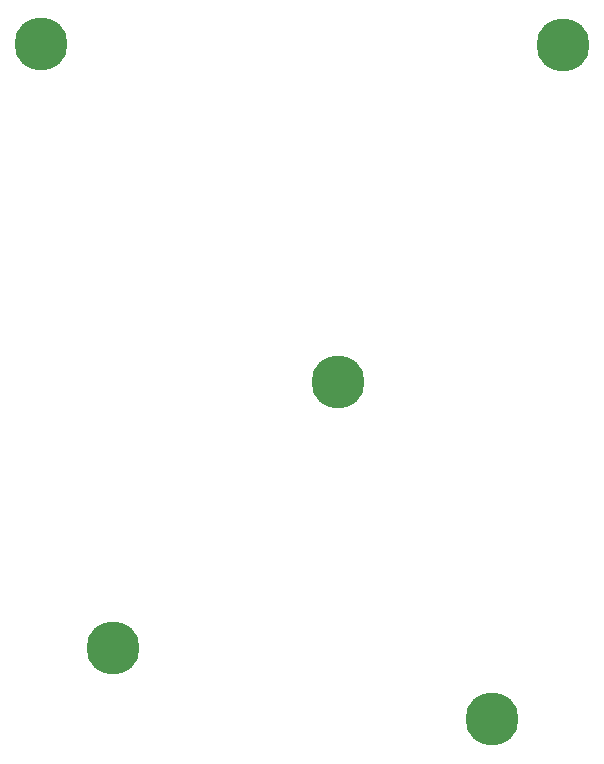
<source format=gbr>
G04 #@! TF.GenerationSoftware,KiCad,Pcbnew,(5.1.7)-1*
G04 #@! TF.CreationDate,2020-12-06T21:30:45-08:00*
G04 #@! TF.ProjectId,plate pcb,706c6174-6520-4706-9362-2e6b69636164,rev?*
G04 #@! TF.SameCoordinates,Original*
G04 #@! TF.FileFunction,Soldermask,Top*
G04 #@! TF.FilePolarity,Negative*
%FSLAX46Y46*%
G04 Gerber Fmt 4.6, Leading zero omitted, Abs format (unit mm)*
G04 Created by KiCad (PCBNEW (5.1.7)-1) date 2020-12-06 21:30:45*
%MOMM*%
%LPD*%
G01*
G04 APERTURE LIST*
%ADD10C,4.500000*%
G04 APERTURE END LIST*
D10*
X106705257Y-127469516D03*
X144805157Y-76343365D03*
X100602556Y-76318716D03*
X125780507Y-104919066D03*
X138779807Y-133468915D03*
M02*

</source>
